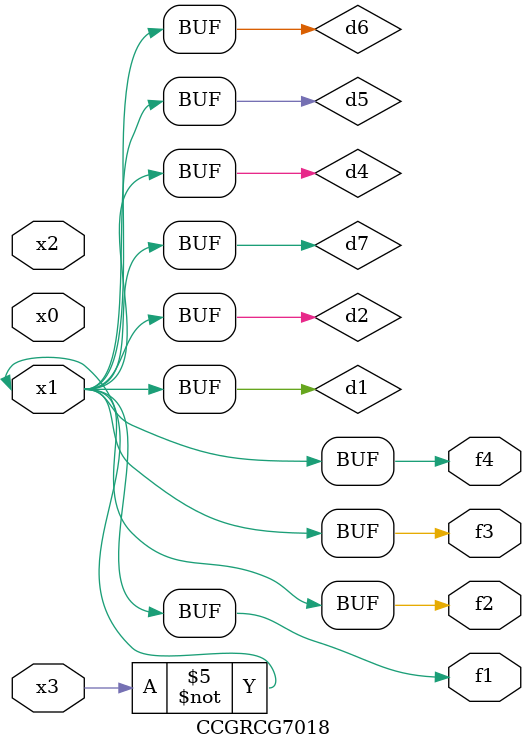
<source format=v>
module CCGRCG7018(
	input x0, x1, x2, x3,
	output f1, f2, f3, f4
);

	wire d1, d2, d3, d4, d5, d6, d7;

	not (d1, x3);
	buf (d2, x1);
	xnor (d3, d1, d2);
	nor (d4, d1);
	buf (d5, d1, d2);
	buf (d6, d4, d5);
	nand (d7, d4);
	assign f1 = d6;
	assign f2 = d7;
	assign f3 = d6;
	assign f4 = d6;
endmodule

</source>
